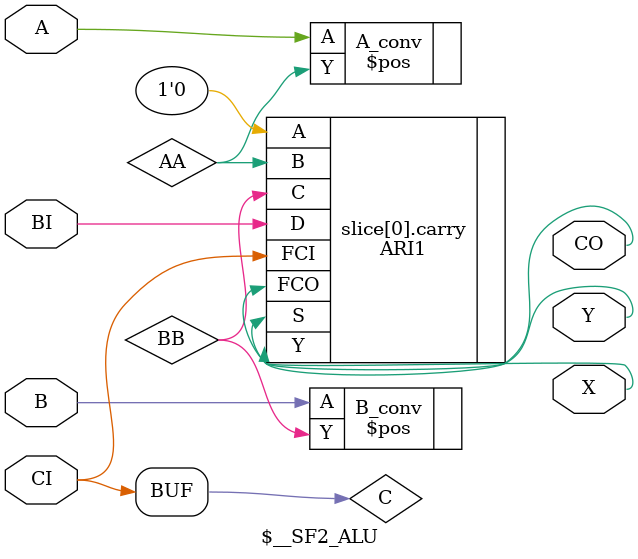
<source format=v>
/*
ISC License

Copyright (C) 2024 Microchip Technology Inc. and its subsidiaries

Permission to use, copy, modify, and/or distribute this software for any
purpose with or without fee is hereby granted, provided that the above
copyright notice and this permission notice appear in all copies.

THE SOFTWARE IS PROVIDED "AS IS" AND THE AUTHOR DISCLAIMS ALL WARRANTIES
WITH REGARD TO THIS SOFTWARE INCLUDING ALL IMPLIED WARRANTIES OF
MERCHANTABILITY AND FITNESS. IN NO EVENT SHALL THE AUTHOR BE LIABLE FOR
ANY SPECIAL, DIRECT, INDIRECT, OR CONSEQUENTIAL DAMAGES OR ANY DAMAGES
WHATSOEVER RESULTING FROM LOSS OF USE, DATA OR PROFITS, WHETHER IN AN
ACTION OF CONTRACT, NEGLIGENCE OR OTHER TORTIOUS ACTION, ARISING OUT OF
OR IN CONNECTION WITH THE USE OR PERFORMANCE OF THIS SOFTWARE.
*/

// Based on Macro Library for PolarFire https://coredocs.s3.amazonaws.com/Libero/2021_2/Tool/pf_mlg.pdf
// NOTE: prefix module names with \$__ so that mapping prioritizes these cells over internal Yosys cells


(* techmap_celltype = "$_MUX4_" *)
module \$__microchip_MUX4_ (A, B, C, D, S, T, Y);
	input A, B, C, D, S, T;
	output Y;
	MX4 _TECHMAP_REPLACE_.MUX4(.D3(D), .D2(C), .D1(B), .D0(A), .S1(T), .S0(S), .Y(Y));

endmodule


(* techmap_celltype = "$reduce_xor" *)
module \$__microchip_XOR8_ (A, Y);
	parameter A_SIGNED = 0;
	parameter A_WIDTH = 0;
	parameter Y_WIDTH = 0;

	input [A_WIDTH-1:0] A;
	output [Y_WIDTH-1:0] Y;

	// check if mapping should proceed
	generate
		if (A_WIDTH != 8 || A_SIGNED || Y_WIDTH != 1) begin
			wire _TECHMAP_FAIL_ = 1;
		end
	endgenerate


	XOR8 _TECHMAP_REPLACE_.XOR8 (.A(A[0]), .B(A[1]), .C(A[2]), .D(A[3]), .E(A[4]), .F(A[5]), .G(A[6]), .H(A[7]), .Y(Y));

	
endmodule

(* techmap_celltype = "$alu" *)
module \$__SF2_ALU (A, B, CI, BI, X, Y, CO);
	parameter A_SIGNED = 0;
	parameter B_SIGNED = 0;
	parameter A_WIDTH = 1;
	parameter B_WIDTH = 1;
	parameter Y_WIDTH = 1;

	(* force_downto *)
	input [A_WIDTH-1:0] A;
	(* force_downto *)
	input [B_WIDTH-1:0] B;
	(* force_downto *)
	output [Y_WIDTH-1:0] X, Y;

	input CI, BI;
	(* force_downto *)
	output [Y_WIDTH-1:0] CO;

	wire _TECHMAP_FAIL_ = Y_WIDTH <= 2;

	(* force_downto *)
	wire [Y_WIDTH-1:0] AA, BB;
	\$pos #(.A_SIGNED(A_SIGNED), .A_WIDTH(A_WIDTH), .Y_WIDTH(Y_WIDTH)) A_conv (.A(A), .Y(AA));
	\$pos #(.A_SIGNED(B_SIGNED), .A_WIDTH(B_WIDTH), .Y_WIDTH(Y_WIDTH)) B_conv (.A(B), .Y(BB));

	(* force_downto *)
	wire [Y_WIDTH-1:0] C = {CO, CI};

	genvar i;
	generate for (i = 0; i < Y_WIDTH; i = i + 1) begin:slice
		ARI1 #(
			// See section 1.4 of PolarFire Macro Library

			// G = F1 = A[i] & (B[i]^BI)
			// Y = F0 = A[i]^B[i]^BI
			// P = Y
			//		 ADCB
			.INIT(20'b 01_11_0010_1000_1001_0110)
		) carry (
			.A(1'b0),
			.B(AA[i]),
			.C(BB[i]),
			.D(BI),
			.FCI(C[i]),
			.Y(X[i]),
			.S(Y[i]),
			.FCO(CO[i])
		);
	end endgenerate
endmodule


</source>
